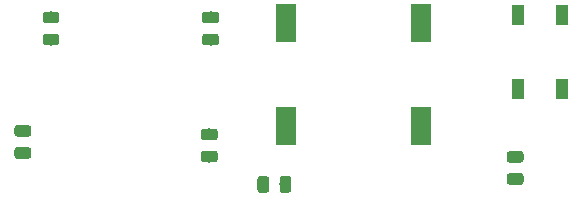
<source format=gbr>
G04 #@! TF.GenerationSoftware,KiCad,Pcbnew,(5.1.4-0-10_14)*
G04 #@! TF.CreationDate,2020-04-29T09:01:47-04:00*
G04 #@! TF.ProjectId,laser_flow,6c617365-725f-4666-9c6f-772e6b696361,rev?*
G04 #@! TF.SameCoordinates,Original*
G04 #@! TF.FileFunction,Paste,Top*
G04 #@! TF.FilePolarity,Positive*
%FSLAX46Y46*%
G04 Gerber Fmt 4.6, Leading zero omitted, Abs format (unit mm)*
G04 Created by KiCad (PCBNEW (5.1.4-0-10_14)) date 2020-04-29 09:01:47*
%MOMM*%
%LPD*%
G04 APERTURE LIST*
%ADD10C,0.100000*%
%ADD11C,0.975000*%
%ADD12R,1.800000X3.200000*%
%ADD13R,1.000000X1.700000*%
G04 APERTURE END LIST*
D10*
G36*
X114080142Y-88776174D02*
G01*
X114103803Y-88779684D01*
X114127007Y-88785496D01*
X114149529Y-88793554D01*
X114171153Y-88803782D01*
X114191670Y-88816079D01*
X114210883Y-88830329D01*
X114228607Y-88846393D01*
X114244671Y-88864117D01*
X114258921Y-88883330D01*
X114271218Y-88903847D01*
X114281446Y-88925471D01*
X114289504Y-88947993D01*
X114295316Y-88971197D01*
X114298826Y-88994858D01*
X114300000Y-89018750D01*
X114300000Y-89506250D01*
X114298826Y-89530142D01*
X114295316Y-89553803D01*
X114289504Y-89577007D01*
X114281446Y-89599529D01*
X114271218Y-89621153D01*
X114258921Y-89641670D01*
X114244671Y-89660883D01*
X114228607Y-89678607D01*
X114210883Y-89694671D01*
X114191670Y-89708921D01*
X114171153Y-89721218D01*
X114149529Y-89731446D01*
X114127007Y-89739504D01*
X114103803Y-89745316D01*
X114080142Y-89748826D01*
X114056250Y-89750000D01*
X113143750Y-89750000D01*
X113119858Y-89748826D01*
X113096197Y-89745316D01*
X113072993Y-89739504D01*
X113050471Y-89731446D01*
X113028847Y-89721218D01*
X113008330Y-89708921D01*
X112989117Y-89694671D01*
X112971393Y-89678607D01*
X112955329Y-89660883D01*
X112941079Y-89641670D01*
X112928782Y-89621153D01*
X112918554Y-89599529D01*
X112910496Y-89577007D01*
X112904684Y-89553803D01*
X112901174Y-89530142D01*
X112900000Y-89506250D01*
X112900000Y-89018750D01*
X112901174Y-88994858D01*
X112904684Y-88971197D01*
X112910496Y-88947993D01*
X112918554Y-88925471D01*
X112928782Y-88903847D01*
X112941079Y-88883330D01*
X112955329Y-88864117D01*
X112971393Y-88846393D01*
X112989117Y-88830329D01*
X113008330Y-88816079D01*
X113028847Y-88803782D01*
X113050471Y-88793554D01*
X113072993Y-88785496D01*
X113096197Y-88779684D01*
X113119858Y-88776174D01*
X113143750Y-88775000D01*
X114056250Y-88775000D01*
X114080142Y-88776174D01*
X114080142Y-88776174D01*
G37*
D11*
X113600000Y-89262500D03*
D10*
G36*
X114080142Y-90651174D02*
G01*
X114103803Y-90654684D01*
X114127007Y-90660496D01*
X114149529Y-90668554D01*
X114171153Y-90678782D01*
X114191670Y-90691079D01*
X114210883Y-90705329D01*
X114228607Y-90721393D01*
X114244671Y-90739117D01*
X114258921Y-90758330D01*
X114271218Y-90778847D01*
X114281446Y-90800471D01*
X114289504Y-90822993D01*
X114295316Y-90846197D01*
X114298826Y-90869858D01*
X114300000Y-90893750D01*
X114300000Y-91381250D01*
X114298826Y-91405142D01*
X114295316Y-91428803D01*
X114289504Y-91452007D01*
X114281446Y-91474529D01*
X114271218Y-91496153D01*
X114258921Y-91516670D01*
X114244671Y-91535883D01*
X114228607Y-91553607D01*
X114210883Y-91569671D01*
X114191670Y-91583921D01*
X114171153Y-91596218D01*
X114149529Y-91606446D01*
X114127007Y-91614504D01*
X114103803Y-91620316D01*
X114080142Y-91623826D01*
X114056250Y-91625000D01*
X113143750Y-91625000D01*
X113119858Y-91623826D01*
X113096197Y-91620316D01*
X113072993Y-91614504D01*
X113050471Y-91606446D01*
X113028847Y-91596218D01*
X113008330Y-91583921D01*
X112989117Y-91569671D01*
X112971393Y-91553607D01*
X112955329Y-91535883D01*
X112941079Y-91516670D01*
X112928782Y-91496153D01*
X112918554Y-91474529D01*
X112910496Y-91452007D01*
X112904684Y-91428803D01*
X112901174Y-91405142D01*
X112900000Y-91381250D01*
X112900000Y-90893750D01*
X112901174Y-90869858D01*
X112904684Y-90846197D01*
X112910496Y-90822993D01*
X112918554Y-90800471D01*
X112928782Y-90778847D01*
X112941079Y-90758330D01*
X112955329Y-90739117D01*
X112971393Y-90721393D01*
X112989117Y-90705329D01*
X113008330Y-90691079D01*
X113028847Y-90678782D01*
X113050471Y-90668554D01*
X113072993Y-90660496D01*
X113096197Y-90654684D01*
X113119858Y-90651174D01*
X113143750Y-90650000D01*
X114056250Y-90650000D01*
X114080142Y-90651174D01*
X114080142Y-90651174D01*
G37*
D11*
X113600000Y-91137500D03*
D10*
G36*
X114180142Y-78876174D02*
G01*
X114203803Y-78879684D01*
X114227007Y-78885496D01*
X114249529Y-78893554D01*
X114271153Y-78903782D01*
X114291670Y-78916079D01*
X114310883Y-78930329D01*
X114328607Y-78946393D01*
X114344671Y-78964117D01*
X114358921Y-78983330D01*
X114371218Y-79003847D01*
X114381446Y-79025471D01*
X114389504Y-79047993D01*
X114395316Y-79071197D01*
X114398826Y-79094858D01*
X114400000Y-79118750D01*
X114400000Y-79606250D01*
X114398826Y-79630142D01*
X114395316Y-79653803D01*
X114389504Y-79677007D01*
X114381446Y-79699529D01*
X114371218Y-79721153D01*
X114358921Y-79741670D01*
X114344671Y-79760883D01*
X114328607Y-79778607D01*
X114310883Y-79794671D01*
X114291670Y-79808921D01*
X114271153Y-79821218D01*
X114249529Y-79831446D01*
X114227007Y-79839504D01*
X114203803Y-79845316D01*
X114180142Y-79848826D01*
X114156250Y-79850000D01*
X113243750Y-79850000D01*
X113219858Y-79848826D01*
X113196197Y-79845316D01*
X113172993Y-79839504D01*
X113150471Y-79831446D01*
X113128847Y-79821218D01*
X113108330Y-79808921D01*
X113089117Y-79794671D01*
X113071393Y-79778607D01*
X113055329Y-79760883D01*
X113041079Y-79741670D01*
X113028782Y-79721153D01*
X113018554Y-79699529D01*
X113010496Y-79677007D01*
X113004684Y-79653803D01*
X113001174Y-79630142D01*
X113000000Y-79606250D01*
X113000000Y-79118750D01*
X113001174Y-79094858D01*
X113004684Y-79071197D01*
X113010496Y-79047993D01*
X113018554Y-79025471D01*
X113028782Y-79003847D01*
X113041079Y-78983330D01*
X113055329Y-78964117D01*
X113071393Y-78946393D01*
X113089117Y-78930329D01*
X113108330Y-78916079D01*
X113128847Y-78903782D01*
X113150471Y-78893554D01*
X113172993Y-78885496D01*
X113196197Y-78879684D01*
X113219858Y-78876174D01*
X113243750Y-78875000D01*
X114156250Y-78875000D01*
X114180142Y-78876174D01*
X114180142Y-78876174D01*
G37*
D11*
X113700000Y-79362500D03*
D10*
G36*
X114180142Y-80751174D02*
G01*
X114203803Y-80754684D01*
X114227007Y-80760496D01*
X114249529Y-80768554D01*
X114271153Y-80778782D01*
X114291670Y-80791079D01*
X114310883Y-80805329D01*
X114328607Y-80821393D01*
X114344671Y-80839117D01*
X114358921Y-80858330D01*
X114371218Y-80878847D01*
X114381446Y-80900471D01*
X114389504Y-80922993D01*
X114395316Y-80946197D01*
X114398826Y-80969858D01*
X114400000Y-80993750D01*
X114400000Y-81481250D01*
X114398826Y-81505142D01*
X114395316Y-81528803D01*
X114389504Y-81552007D01*
X114381446Y-81574529D01*
X114371218Y-81596153D01*
X114358921Y-81616670D01*
X114344671Y-81635883D01*
X114328607Y-81653607D01*
X114310883Y-81669671D01*
X114291670Y-81683921D01*
X114271153Y-81696218D01*
X114249529Y-81706446D01*
X114227007Y-81714504D01*
X114203803Y-81720316D01*
X114180142Y-81723826D01*
X114156250Y-81725000D01*
X113243750Y-81725000D01*
X113219858Y-81723826D01*
X113196197Y-81720316D01*
X113172993Y-81714504D01*
X113150471Y-81706446D01*
X113128847Y-81696218D01*
X113108330Y-81683921D01*
X113089117Y-81669671D01*
X113071393Y-81653607D01*
X113055329Y-81635883D01*
X113041079Y-81616670D01*
X113028782Y-81596153D01*
X113018554Y-81574529D01*
X113010496Y-81552007D01*
X113004684Y-81528803D01*
X113001174Y-81505142D01*
X113000000Y-81481250D01*
X113000000Y-80993750D01*
X113001174Y-80969858D01*
X113004684Y-80946197D01*
X113010496Y-80922993D01*
X113018554Y-80900471D01*
X113028782Y-80878847D01*
X113041079Y-80858330D01*
X113055329Y-80839117D01*
X113071393Y-80821393D01*
X113089117Y-80805329D01*
X113108330Y-80791079D01*
X113128847Y-80778782D01*
X113150471Y-80768554D01*
X113172993Y-80760496D01*
X113196197Y-80754684D01*
X113219858Y-80751174D01*
X113243750Y-80750000D01*
X114156250Y-80750000D01*
X114180142Y-80751174D01*
X114180142Y-80751174D01*
G37*
D11*
X113700000Y-81237500D03*
D12*
X120100000Y-79850000D03*
X131500000Y-79850000D03*
X131500000Y-88550000D03*
X120100000Y-88550000D03*
D10*
G36*
X100680142Y-80751174D02*
G01*
X100703803Y-80754684D01*
X100727007Y-80760496D01*
X100749529Y-80768554D01*
X100771153Y-80778782D01*
X100791670Y-80791079D01*
X100810883Y-80805329D01*
X100828607Y-80821393D01*
X100844671Y-80839117D01*
X100858921Y-80858330D01*
X100871218Y-80878847D01*
X100881446Y-80900471D01*
X100889504Y-80922993D01*
X100895316Y-80946197D01*
X100898826Y-80969858D01*
X100900000Y-80993750D01*
X100900000Y-81481250D01*
X100898826Y-81505142D01*
X100895316Y-81528803D01*
X100889504Y-81552007D01*
X100881446Y-81574529D01*
X100871218Y-81596153D01*
X100858921Y-81616670D01*
X100844671Y-81635883D01*
X100828607Y-81653607D01*
X100810883Y-81669671D01*
X100791670Y-81683921D01*
X100771153Y-81696218D01*
X100749529Y-81706446D01*
X100727007Y-81714504D01*
X100703803Y-81720316D01*
X100680142Y-81723826D01*
X100656250Y-81725000D01*
X99743750Y-81725000D01*
X99719858Y-81723826D01*
X99696197Y-81720316D01*
X99672993Y-81714504D01*
X99650471Y-81706446D01*
X99628847Y-81696218D01*
X99608330Y-81683921D01*
X99589117Y-81669671D01*
X99571393Y-81653607D01*
X99555329Y-81635883D01*
X99541079Y-81616670D01*
X99528782Y-81596153D01*
X99518554Y-81574529D01*
X99510496Y-81552007D01*
X99504684Y-81528803D01*
X99501174Y-81505142D01*
X99500000Y-81481250D01*
X99500000Y-80993750D01*
X99501174Y-80969858D01*
X99504684Y-80946197D01*
X99510496Y-80922993D01*
X99518554Y-80900471D01*
X99528782Y-80878847D01*
X99541079Y-80858330D01*
X99555329Y-80839117D01*
X99571393Y-80821393D01*
X99589117Y-80805329D01*
X99608330Y-80791079D01*
X99628847Y-80778782D01*
X99650471Y-80768554D01*
X99672993Y-80760496D01*
X99696197Y-80754684D01*
X99719858Y-80751174D01*
X99743750Y-80750000D01*
X100656250Y-80750000D01*
X100680142Y-80751174D01*
X100680142Y-80751174D01*
G37*
D11*
X100200000Y-81237500D03*
D10*
G36*
X100680142Y-78876174D02*
G01*
X100703803Y-78879684D01*
X100727007Y-78885496D01*
X100749529Y-78893554D01*
X100771153Y-78903782D01*
X100791670Y-78916079D01*
X100810883Y-78930329D01*
X100828607Y-78946393D01*
X100844671Y-78964117D01*
X100858921Y-78983330D01*
X100871218Y-79003847D01*
X100881446Y-79025471D01*
X100889504Y-79047993D01*
X100895316Y-79071197D01*
X100898826Y-79094858D01*
X100900000Y-79118750D01*
X100900000Y-79606250D01*
X100898826Y-79630142D01*
X100895316Y-79653803D01*
X100889504Y-79677007D01*
X100881446Y-79699529D01*
X100871218Y-79721153D01*
X100858921Y-79741670D01*
X100844671Y-79760883D01*
X100828607Y-79778607D01*
X100810883Y-79794671D01*
X100791670Y-79808921D01*
X100771153Y-79821218D01*
X100749529Y-79831446D01*
X100727007Y-79839504D01*
X100703803Y-79845316D01*
X100680142Y-79848826D01*
X100656250Y-79850000D01*
X99743750Y-79850000D01*
X99719858Y-79848826D01*
X99696197Y-79845316D01*
X99672993Y-79839504D01*
X99650471Y-79831446D01*
X99628847Y-79821218D01*
X99608330Y-79808921D01*
X99589117Y-79794671D01*
X99571393Y-79778607D01*
X99555329Y-79760883D01*
X99541079Y-79741670D01*
X99528782Y-79721153D01*
X99518554Y-79699529D01*
X99510496Y-79677007D01*
X99504684Y-79653803D01*
X99501174Y-79630142D01*
X99500000Y-79606250D01*
X99500000Y-79118750D01*
X99501174Y-79094858D01*
X99504684Y-79071197D01*
X99510496Y-79047993D01*
X99518554Y-79025471D01*
X99528782Y-79003847D01*
X99541079Y-78983330D01*
X99555329Y-78964117D01*
X99571393Y-78946393D01*
X99589117Y-78930329D01*
X99608330Y-78916079D01*
X99628847Y-78903782D01*
X99650471Y-78893554D01*
X99672993Y-78885496D01*
X99696197Y-78879684D01*
X99719858Y-78876174D01*
X99743750Y-78875000D01*
X100656250Y-78875000D01*
X100680142Y-78876174D01*
X100680142Y-78876174D01*
G37*
D11*
X100200000Y-79362500D03*
D13*
X139700000Y-85450000D03*
X139700000Y-79150000D03*
X143500000Y-85450000D03*
X143500000Y-79150000D03*
D10*
G36*
X98280142Y-88476174D02*
G01*
X98303803Y-88479684D01*
X98327007Y-88485496D01*
X98349529Y-88493554D01*
X98371153Y-88503782D01*
X98391670Y-88516079D01*
X98410883Y-88530329D01*
X98428607Y-88546393D01*
X98444671Y-88564117D01*
X98458921Y-88583330D01*
X98471218Y-88603847D01*
X98481446Y-88625471D01*
X98489504Y-88647993D01*
X98495316Y-88671197D01*
X98498826Y-88694858D01*
X98500000Y-88718750D01*
X98500000Y-89206250D01*
X98498826Y-89230142D01*
X98495316Y-89253803D01*
X98489504Y-89277007D01*
X98481446Y-89299529D01*
X98471218Y-89321153D01*
X98458921Y-89341670D01*
X98444671Y-89360883D01*
X98428607Y-89378607D01*
X98410883Y-89394671D01*
X98391670Y-89408921D01*
X98371153Y-89421218D01*
X98349529Y-89431446D01*
X98327007Y-89439504D01*
X98303803Y-89445316D01*
X98280142Y-89448826D01*
X98256250Y-89450000D01*
X97343750Y-89450000D01*
X97319858Y-89448826D01*
X97296197Y-89445316D01*
X97272993Y-89439504D01*
X97250471Y-89431446D01*
X97228847Y-89421218D01*
X97208330Y-89408921D01*
X97189117Y-89394671D01*
X97171393Y-89378607D01*
X97155329Y-89360883D01*
X97141079Y-89341670D01*
X97128782Y-89321153D01*
X97118554Y-89299529D01*
X97110496Y-89277007D01*
X97104684Y-89253803D01*
X97101174Y-89230142D01*
X97100000Y-89206250D01*
X97100000Y-88718750D01*
X97101174Y-88694858D01*
X97104684Y-88671197D01*
X97110496Y-88647993D01*
X97118554Y-88625471D01*
X97128782Y-88603847D01*
X97141079Y-88583330D01*
X97155329Y-88564117D01*
X97171393Y-88546393D01*
X97189117Y-88530329D01*
X97208330Y-88516079D01*
X97228847Y-88503782D01*
X97250471Y-88493554D01*
X97272993Y-88485496D01*
X97296197Y-88479684D01*
X97319858Y-88476174D01*
X97343750Y-88475000D01*
X98256250Y-88475000D01*
X98280142Y-88476174D01*
X98280142Y-88476174D01*
G37*
D11*
X97800000Y-88962500D03*
D10*
G36*
X98280142Y-90351174D02*
G01*
X98303803Y-90354684D01*
X98327007Y-90360496D01*
X98349529Y-90368554D01*
X98371153Y-90378782D01*
X98391670Y-90391079D01*
X98410883Y-90405329D01*
X98428607Y-90421393D01*
X98444671Y-90439117D01*
X98458921Y-90458330D01*
X98471218Y-90478847D01*
X98481446Y-90500471D01*
X98489504Y-90522993D01*
X98495316Y-90546197D01*
X98498826Y-90569858D01*
X98500000Y-90593750D01*
X98500000Y-91081250D01*
X98498826Y-91105142D01*
X98495316Y-91128803D01*
X98489504Y-91152007D01*
X98481446Y-91174529D01*
X98471218Y-91196153D01*
X98458921Y-91216670D01*
X98444671Y-91235883D01*
X98428607Y-91253607D01*
X98410883Y-91269671D01*
X98391670Y-91283921D01*
X98371153Y-91296218D01*
X98349529Y-91306446D01*
X98327007Y-91314504D01*
X98303803Y-91320316D01*
X98280142Y-91323826D01*
X98256250Y-91325000D01*
X97343750Y-91325000D01*
X97319858Y-91323826D01*
X97296197Y-91320316D01*
X97272993Y-91314504D01*
X97250471Y-91306446D01*
X97228847Y-91296218D01*
X97208330Y-91283921D01*
X97189117Y-91269671D01*
X97171393Y-91253607D01*
X97155329Y-91235883D01*
X97141079Y-91216670D01*
X97128782Y-91196153D01*
X97118554Y-91174529D01*
X97110496Y-91152007D01*
X97104684Y-91128803D01*
X97101174Y-91105142D01*
X97100000Y-91081250D01*
X97100000Y-90593750D01*
X97101174Y-90569858D01*
X97104684Y-90546197D01*
X97110496Y-90522993D01*
X97118554Y-90500471D01*
X97128782Y-90478847D01*
X97141079Y-90458330D01*
X97155329Y-90439117D01*
X97171393Y-90421393D01*
X97189117Y-90405329D01*
X97208330Y-90391079D01*
X97228847Y-90378782D01*
X97250471Y-90368554D01*
X97272993Y-90360496D01*
X97296197Y-90354684D01*
X97319858Y-90351174D01*
X97343750Y-90350000D01*
X98256250Y-90350000D01*
X98280142Y-90351174D01*
X98280142Y-90351174D01*
G37*
D11*
X97800000Y-90837500D03*
D10*
G36*
X139980142Y-90676174D02*
G01*
X140003803Y-90679684D01*
X140027007Y-90685496D01*
X140049529Y-90693554D01*
X140071153Y-90703782D01*
X140091670Y-90716079D01*
X140110883Y-90730329D01*
X140128607Y-90746393D01*
X140144671Y-90764117D01*
X140158921Y-90783330D01*
X140171218Y-90803847D01*
X140181446Y-90825471D01*
X140189504Y-90847993D01*
X140195316Y-90871197D01*
X140198826Y-90894858D01*
X140200000Y-90918750D01*
X140200000Y-91406250D01*
X140198826Y-91430142D01*
X140195316Y-91453803D01*
X140189504Y-91477007D01*
X140181446Y-91499529D01*
X140171218Y-91521153D01*
X140158921Y-91541670D01*
X140144671Y-91560883D01*
X140128607Y-91578607D01*
X140110883Y-91594671D01*
X140091670Y-91608921D01*
X140071153Y-91621218D01*
X140049529Y-91631446D01*
X140027007Y-91639504D01*
X140003803Y-91645316D01*
X139980142Y-91648826D01*
X139956250Y-91650000D01*
X139043750Y-91650000D01*
X139019858Y-91648826D01*
X138996197Y-91645316D01*
X138972993Y-91639504D01*
X138950471Y-91631446D01*
X138928847Y-91621218D01*
X138908330Y-91608921D01*
X138889117Y-91594671D01*
X138871393Y-91578607D01*
X138855329Y-91560883D01*
X138841079Y-91541670D01*
X138828782Y-91521153D01*
X138818554Y-91499529D01*
X138810496Y-91477007D01*
X138804684Y-91453803D01*
X138801174Y-91430142D01*
X138800000Y-91406250D01*
X138800000Y-90918750D01*
X138801174Y-90894858D01*
X138804684Y-90871197D01*
X138810496Y-90847993D01*
X138818554Y-90825471D01*
X138828782Y-90803847D01*
X138841079Y-90783330D01*
X138855329Y-90764117D01*
X138871393Y-90746393D01*
X138889117Y-90730329D01*
X138908330Y-90716079D01*
X138928847Y-90703782D01*
X138950471Y-90693554D01*
X138972993Y-90685496D01*
X138996197Y-90679684D01*
X139019858Y-90676174D01*
X139043750Y-90675000D01*
X139956250Y-90675000D01*
X139980142Y-90676174D01*
X139980142Y-90676174D01*
G37*
D11*
X139500000Y-91162500D03*
D10*
G36*
X139980142Y-92551174D02*
G01*
X140003803Y-92554684D01*
X140027007Y-92560496D01*
X140049529Y-92568554D01*
X140071153Y-92578782D01*
X140091670Y-92591079D01*
X140110883Y-92605329D01*
X140128607Y-92621393D01*
X140144671Y-92639117D01*
X140158921Y-92658330D01*
X140171218Y-92678847D01*
X140181446Y-92700471D01*
X140189504Y-92722993D01*
X140195316Y-92746197D01*
X140198826Y-92769858D01*
X140200000Y-92793750D01*
X140200000Y-93281250D01*
X140198826Y-93305142D01*
X140195316Y-93328803D01*
X140189504Y-93352007D01*
X140181446Y-93374529D01*
X140171218Y-93396153D01*
X140158921Y-93416670D01*
X140144671Y-93435883D01*
X140128607Y-93453607D01*
X140110883Y-93469671D01*
X140091670Y-93483921D01*
X140071153Y-93496218D01*
X140049529Y-93506446D01*
X140027007Y-93514504D01*
X140003803Y-93520316D01*
X139980142Y-93523826D01*
X139956250Y-93525000D01*
X139043750Y-93525000D01*
X139019858Y-93523826D01*
X138996197Y-93520316D01*
X138972993Y-93514504D01*
X138950471Y-93506446D01*
X138928847Y-93496218D01*
X138908330Y-93483921D01*
X138889117Y-93469671D01*
X138871393Y-93453607D01*
X138855329Y-93435883D01*
X138841079Y-93416670D01*
X138828782Y-93396153D01*
X138818554Y-93374529D01*
X138810496Y-93352007D01*
X138804684Y-93328803D01*
X138801174Y-93305142D01*
X138800000Y-93281250D01*
X138800000Y-92793750D01*
X138801174Y-92769858D01*
X138804684Y-92746197D01*
X138810496Y-92722993D01*
X138818554Y-92700471D01*
X138828782Y-92678847D01*
X138841079Y-92658330D01*
X138855329Y-92639117D01*
X138871393Y-92621393D01*
X138889117Y-92605329D01*
X138908330Y-92591079D01*
X138928847Y-92578782D01*
X138950471Y-92568554D01*
X138972993Y-92560496D01*
X138996197Y-92554684D01*
X139019858Y-92551174D01*
X139043750Y-92550000D01*
X139956250Y-92550000D01*
X139980142Y-92551174D01*
X139980142Y-92551174D01*
G37*
D11*
X139500000Y-93037500D03*
D10*
G36*
X118430142Y-92801174D02*
G01*
X118453803Y-92804684D01*
X118477007Y-92810496D01*
X118499529Y-92818554D01*
X118521153Y-92828782D01*
X118541670Y-92841079D01*
X118560883Y-92855329D01*
X118578607Y-92871393D01*
X118594671Y-92889117D01*
X118608921Y-92908330D01*
X118621218Y-92928847D01*
X118631446Y-92950471D01*
X118639504Y-92972993D01*
X118645316Y-92996197D01*
X118648826Y-93019858D01*
X118650000Y-93043750D01*
X118650000Y-93956250D01*
X118648826Y-93980142D01*
X118645316Y-94003803D01*
X118639504Y-94027007D01*
X118631446Y-94049529D01*
X118621218Y-94071153D01*
X118608921Y-94091670D01*
X118594671Y-94110883D01*
X118578607Y-94128607D01*
X118560883Y-94144671D01*
X118541670Y-94158921D01*
X118521153Y-94171218D01*
X118499529Y-94181446D01*
X118477007Y-94189504D01*
X118453803Y-94195316D01*
X118430142Y-94198826D01*
X118406250Y-94200000D01*
X117918750Y-94200000D01*
X117894858Y-94198826D01*
X117871197Y-94195316D01*
X117847993Y-94189504D01*
X117825471Y-94181446D01*
X117803847Y-94171218D01*
X117783330Y-94158921D01*
X117764117Y-94144671D01*
X117746393Y-94128607D01*
X117730329Y-94110883D01*
X117716079Y-94091670D01*
X117703782Y-94071153D01*
X117693554Y-94049529D01*
X117685496Y-94027007D01*
X117679684Y-94003803D01*
X117676174Y-93980142D01*
X117675000Y-93956250D01*
X117675000Y-93043750D01*
X117676174Y-93019858D01*
X117679684Y-92996197D01*
X117685496Y-92972993D01*
X117693554Y-92950471D01*
X117703782Y-92928847D01*
X117716079Y-92908330D01*
X117730329Y-92889117D01*
X117746393Y-92871393D01*
X117764117Y-92855329D01*
X117783330Y-92841079D01*
X117803847Y-92828782D01*
X117825471Y-92818554D01*
X117847993Y-92810496D01*
X117871197Y-92804684D01*
X117894858Y-92801174D01*
X117918750Y-92800000D01*
X118406250Y-92800000D01*
X118430142Y-92801174D01*
X118430142Y-92801174D01*
G37*
D11*
X118162500Y-93500000D03*
D10*
G36*
X120305142Y-92801174D02*
G01*
X120328803Y-92804684D01*
X120352007Y-92810496D01*
X120374529Y-92818554D01*
X120396153Y-92828782D01*
X120416670Y-92841079D01*
X120435883Y-92855329D01*
X120453607Y-92871393D01*
X120469671Y-92889117D01*
X120483921Y-92908330D01*
X120496218Y-92928847D01*
X120506446Y-92950471D01*
X120514504Y-92972993D01*
X120520316Y-92996197D01*
X120523826Y-93019858D01*
X120525000Y-93043750D01*
X120525000Y-93956250D01*
X120523826Y-93980142D01*
X120520316Y-94003803D01*
X120514504Y-94027007D01*
X120506446Y-94049529D01*
X120496218Y-94071153D01*
X120483921Y-94091670D01*
X120469671Y-94110883D01*
X120453607Y-94128607D01*
X120435883Y-94144671D01*
X120416670Y-94158921D01*
X120396153Y-94171218D01*
X120374529Y-94181446D01*
X120352007Y-94189504D01*
X120328803Y-94195316D01*
X120305142Y-94198826D01*
X120281250Y-94200000D01*
X119793750Y-94200000D01*
X119769858Y-94198826D01*
X119746197Y-94195316D01*
X119722993Y-94189504D01*
X119700471Y-94181446D01*
X119678847Y-94171218D01*
X119658330Y-94158921D01*
X119639117Y-94144671D01*
X119621393Y-94128607D01*
X119605329Y-94110883D01*
X119591079Y-94091670D01*
X119578782Y-94071153D01*
X119568554Y-94049529D01*
X119560496Y-94027007D01*
X119554684Y-94003803D01*
X119551174Y-93980142D01*
X119550000Y-93956250D01*
X119550000Y-93043750D01*
X119551174Y-93019858D01*
X119554684Y-92996197D01*
X119560496Y-92972993D01*
X119568554Y-92950471D01*
X119578782Y-92928847D01*
X119591079Y-92908330D01*
X119605329Y-92889117D01*
X119621393Y-92871393D01*
X119639117Y-92855329D01*
X119658330Y-92841079D01*
X119678847Y-92828782D01*
X119700471Y-92818554D01*
X119722993Y-92810496D01*
X119746197Y-92804684D01*
X119769858Y-92801174D01*
X119793750Y-92800000D01*
X120281250Y-92800000D01*
X120305142Y-92801174D01*
X120305142Y-92801174D01*
G37*
D11*
X120037500Y-93500000D03*
M02*

</source>
